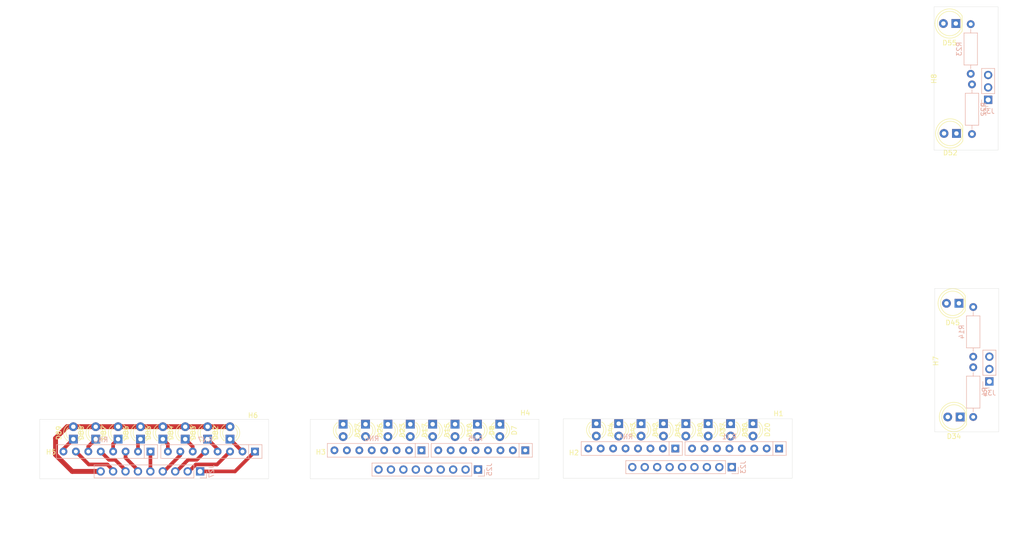
<source format=kicad_pcb>
(kicad_pcb
	(version 20240108)
	(generator "pcbnew")
	(generator_version "8.0")
	(general
		(thickness 1.6)
		(legacy_teardrops no)
	)
	(paper "A4")
	(layers
		(0 "F.Cu" signal)
		(1 "In1.Cu" signal)
		(2 "In2.Cu" signal)
		(31 "B.Cu" signal)
		(32 "B.Adhes" user "B.Adhesive")
		(33 "F.Adhes" user "F.Adhesive")
		(34 "B.Paste" user)
		(35 "F.Paste" user)
		(36 "B.SilkS" user "B.Silkscreen")
		(37 "F.SilkS" user "F.Silkscreen")
		(38 "B.Mask" user)
		(39 "F.Mask" user)
		(40 "Dwgs.User" user "User.Drawings")
		(41 "Cmts.User" user "User.Comments")
		(42 "Eco1.User" user "User.Eco1")
		(43 "Eco2.User" user "User.Eco2")
		(44 "Edge.Cuts" user)
		(45 "Margin" user)
		(46 "B.CrtYd" user "B.Courtyard")
		(47 "F.CrtYd" user "F.Courtyard")
		(48 "B.Fab" user)
		(49 "F.Fab" user)
		(50 "User.1" user)
		(51 "User.2" user)
		(52 "User.3" user)
		(53 "User.4" user)
		(54 "User.5" user)
		(55 "User.6" user)
		(56 "User.7" user)
		(57 "User.8" user)
		(58 "User.9" user)
	)
	(setup
		(stackup
			(layer "F.SilkS"
				(type "Top Silk Screen")
			)
			(layer "F.Paste"
				(type "Top Solder Paste")
			)
			(layer "F.Mask"
				(type "Top Solder Mask")
				(thickness 0.01)
			)
			(layer "F.Cu"
				(type "copper")
				(thickness 0.035)
			)
			(layer "dielectric 1"
				(type "prepreg")
				(thickness 0.1)
				(material "FR4")
				(epsilon_r 4.5)
				(loss_tangent 0.02)
			)
			(layer "In1.Cu"
				(type "copper")
				(thickness 0.035)
			)
			(layer "dielectric 2"
				(type "core")
				(thickness 1.24)
				(material "FR4")
				(epsilon_r 4.5)
				(loss_tangent 0.02)
			)
			(layer "In2.Cu"
				(type "copper")
				(thickness 0.035)
			)
			(layer "dielectric 3"
				(type "prepreg")
				(thickness 0.1)
				(material "FR4")
				(epsilon_r 4.5)
				(loss_tangent 0.02)
			)
			(layer "B.Cu"
				(type "copper")
				(thickness 0.035)
			)
			(layer "B.Mask"
				(type "Bottom Solder Mask")
				(thickness 0.01)
			)
			(layer "B.Paste"
				(type "Bottom Solder Paste")
			)
			(layer "B.SilkS"
				(type "Bottom Silk Screen")
				(color "Red")
			)
			(copper_finish "None")
			(dielectric_constraints no)
		)
		(pad_to_mask_clearance 0)
		(allow_soldermask_bridges_in_footprints no)
		(pcbplotparams
			(layerselection 0x00010fc_ffffffff)
			(plot_on_all_layers_selection 0x0000000_00000000)
			(disableapertmacros no)
			(usegerberextensions no)
			(usegerberattributes yes)
			(usegerberadvancedattributes yes)
			(creategerberjobfile yes)
			(dashed_line_dash_ratio 12.000000)
			(dashed_line_gap_ratio 3.000000)
			(svgprecision 4)
			(plotframeref no)
			(viasonmask no)
			(mode 1)
			(useauxorigin no)
			(hpglpennumber 1)
			(hpglpenspeed 20)
			(hpglpendiameter 15.000000)
			(pdf_front_fp_property_popups yes)
			(pdf_back_fp_property_popups yes)
			(dxfpolygonmode yes)
			(dxfimperialunits yes)
			(dxfusepcbnewfont yes)
			(psnegative no)
			(psa4output no)
			(plotreference yes)
			(plotvalue yes)
			(plotfptext yes)
			(plotinvisibletext no)
			(sketchpadsonfab no)
			(subtractmaskfromsilk no)
			(outputformat 1)
			(mirror no)
			(drillshape 1)
			(scaleselection 1)
			(outputdirectory "")
		)
	)
	(net 0 "")
	(net 1 "Net-(D34-A)")
	(net 2 "Net-(D45-K)")
	(net 3 "Net-(D10-K)")
	(net 4 "Net-(D7-A)")
	(net 5 "Net-(D8-A)")
	(net 6 "Net-(D10-A)")
	(net 7 "Net-(D15-A)")
	(net 8 "Net-(D17-A)")
	(net 9 "Net-(D23-A)")
	(net 10 "Net-(D26-A)")
	(net 11 "Net-(D27-A)")
	(net 12 "Net-(D82-K)")
	(net 13 "Net-(D82-A)")
	(net 14 "Net-(D83-K)")
	(net 15 "Net-(D84-K)")
	(net 16 "Net-(D85-K)")
	(net 17 "Net-(D86-K)")
	(net 18 "Net-(D87-K)")
	(net 19 "Net-(D88-K)")
	(net 20 "Net-(D89-K)")
	(net 21 "Net-(J25-Pin_8)")
	(net 22 "Net-(J25-Pin_5)")
	(net 23 "Net-(J25-Pin_7)")
	(net 24 "Net-(J25-Pin_2)")
	(net 25 "Net-(J25-Pin_6)")
	(net 26 "Net-(J25-Pin_1)")
	(net 27 "Net-(J25-Pin_4)")
	(net 28 "Net-(J25-Pin_3)")
	(net 29 "Net-(J27-Pin_4)")
	(net 30 "Net-(J27-Pin_8)")
	(net 31 "Net-(J27-Pin_1)")
	(net 32 "Net-(J27-Pin_5)")
	(net 33 "Net-(J27-Pin_6)")
	(net 34 "Net-(J27-Pin_7)")
	(net 35 "Net-(J27-Pin_3)")
	(net 36 "Net-(J27-Pin_2)")
	(net 37 "Net-(D20-A)")
	(net 38 "Net-(D20-K)")
	(net 39 "Net-(D30-K)")
	(net 40 "Net-(D37-K)")
	(net 41 "Net-(D40-K)")
	(net 42 "Net-(D41-K)")
	(net 43 "Net-(D42-K)")
	(net 44 "Net-(D43-K)")
	(net 45 "Net-(D44-K)")
	(net 46 "Net-(J23-Pin_1)")
	(net 47 "Net-(J23-Pin_5)")
	(net 48 "Net-(J23-Pin_3)")
	(net 49 "Net-(J23-Pin_2)")
	(net 50 "Net-(J23-Pin_8)")
	(net 51 "Net-(J23-Pin_7)")
	(net 52 "Net-(J23-Pin_4)")
	(net 53 "Net-(J23-Pin_6)")
	(net 54 "Net-(D34-K)")
	(net 55 "Net-(D52-K)")
	(net 56 "Net-(D52-A)")
	(net 57 "Net-(D55-K)")
	(net 58 "Net-(J30-Pin_3)")
	(net 59 "Net-(J30-Pin_2)")
	(net 60 "Net-(J31-Pin_3)")
	(net 61 "Net-(J31-Pin_2)")
	(footprint "LED_THT:LED_D3.0mm_IRGrey" (layer "F.Cu") (at 69.17505 121.9083 90))
	(footprint "LED_THT:LED_D3.0mm_IRGrey" (layer "F.Cu") (at 106.00505 118.8553 -90))
	(footprint "LED_THT:LED_D3.0mm_IRGrey" (layer "F.Cu") (at 60.03105 121.9083 90))
	(footprint "LED_THT:LED_D3.0mm_IRGrey" (layer "F.Cu") (at 138.00905 118.8553 -90))
	(footprint "LED_THT:LED_D3.0mm_IRGrey" (layer "F.Cu") (at 133.43705 118.8553 -90))
	(footprint "LED_THT:LED_D3.0mm_IRGrey" (layer "F.Cu") (at 73.74705 121.9083 90))
	(footprint "MountingHole:MountingHole_2mm" (layer "F.Cu") (at 153.152 127.889))
	(footprint "LED_THT:LED_D3.0mm_IRGrey" (layer "F.Cu") (at 171.44 118.745 -90))
	(footprint "LED_THT:LED_D3.0mm_IRGrey" (layer "F.Cu") (at 50.88705 121.9083 90))
	(footprint "LED_THT:LED_D5.0mm_IRGrey" (layer "F.Cu") (at 231.173 36.9215 180))
	(footprint "MountingHole:MountingHole_2mm" (layer "F.Cu") (at 230.279 105.946 90))
	(footprint "LED_THT:LED_D3.0mm_IRGrey" (layer "F.Cu") (at 128.86505 118.8553 -90))
	(footprint "LED_THT:LED_D5.0mm_IRGrey" (layer "F.Cu") (at 231.3 59.4005 180))
	(footprint "LED_THT:LED_D3.0mm_IRGrey" (layer "F.Cu") (at 55.45905 121.9083 90))
	(footprint "LED_THT:LED_D3.0mm_IRGrey" (layer "F.Cu") (at 162.296 118.74 -90))
	(footprint "LED_THT:LED_D3.0mm_IRGrey" (layer "F.Cu") (at 166.868 118.74 -90))
	(footprint "MountingHole:MountingHole_2mm" (layer "F.Cu") (at 101.43305 127.7503))
	(footprint "LED_THT:LED_D3.0mm_IRGrey" (layer "F.Cu") (at 157.724 118.74 -90))
	(footprint "MountingHole:MountingHole_2mm" (layer "F.Cu") (at 194.935 119.888))
	(footprint "LED_THT:LED_D3.0mm_IRGrey" (layer "F.Cu") (at 64.60305 121.9083 90))
	(footprint "LED_THT:LED_D3.0mm_IRGrey" (layer "F.Cu") (at 78.31905 121.9083 90))
	(footprint "MountingHole:MountingHole_2mm" (layer "F.Cu") (at 46.31505 127.7453))
	(footprint "LED_THT:LED_D3.0mm_IRGrey" (layer "F.Cu") (at 176.012 118.745 -90))
	(footprint "MountingHole:MountingHole_2mm" (layer "F.Cu") (at 87.59005 120.2523))
	(footprint "LED_THT:LED_D3.0mm_IRGrey" (layer "F.Cu") (at 119.72105 118.8553 -90))
	(footprint "LED_THT:LED_D3.0mm_IRGrey" (layer "F.Cu") (at 124.29305 118.8553 -90))
	(footprint "MountingHole:MountingHole_2mm" (layer "F.Cu") (at 229.898 48.2245 90))
	(footprint "MountingHole:MountingHole_2mm" (layer "F.Cu") (at 143.21605 119.7493))
	(footprint "LED_THT:LED_D5.0mm_IRGrey" (layer "F.Cu") (at 231.803 94.135 180))
	(footprint "LED_THT:LED_D3.0mm_IRGrey" (layer "F.Cu") (at 180.584 118.745 -90))
	(footprint "LED_THT:LED_D3.0mm_IRGrey" (layer "F.Cu") (at 115.14905 118.8553 -90))
	(footprint "LED_THT:LED_D3.0mm_IRGrey" (layer "F.Cu") (at 185.156 118.745 -90))
	(footprint "LED_THT:LED_D3.0mm_IRGrey" (layer "F.Cu") (at 110.57705 118.8553 -90))
	(footprint "LED_THT:LED_D3.0mm_IRGrey" (layer "F.Cu") (at 82.89105 121.9083 90))
	(footprint "LED_THT:LED_D3.0mm_IRGrey" (layer "F.Cu") (at 189.728 118.74 -90))
	(footprint "LED_THT:LED_D5.0mm_IRGrey" (layer "F.Cu") (at 232.062 117.376 180))
	(footprint "Connector_PinHeader_2.54mm:PinHeader_1x09_P2.54mm_Vertical" (layer "B.Cu") (at 133.55405 128.1313 90))
	(footprint "Connector_PinHeader_2.54mm:PinHeader_1x09_P2.54mm_Vertical" (layer "B.Cu") (at 76.78505 128.5073 90))
	(footprint "Resistor_THT:R_Array_SIP8" (layer "B.Cu") (at 87.98105 124.4433 180))
	(footprint "Resistor_THT:R_Axial_DIN0207_L6.3mm_D2.5mm_P10.16mm_Horizontal" (layer "B.Cu") (at 234.724 117.376 90))
	(footprint "Resistor_THT:R_Axial_DIN0207_L6.3mm_D2.5mm_P10.16mm_Horizontal" (layer "B.Cu") (at 234.216 37.0485 -90))
	(footprint "Connector_PinHeader_2.54mm:PinHeader_1x03_P2.54mm_Vertical"
		(layer "B.Cu")
		(uuid "5c23d7ba-ac26-46f9-bd5b-1b3ddeb61336")
		(at 237.772 52.5275)
		(descr "Through hole straight pin header, 1x03, 2.54mm pitch, single row")
		(tags "Through hole pin header THT 1x03 2.54mm single row")
		(property "Reference" "J31"
			(at 0 2.33 0)
			(layer "B.SilkS")
			(uuid "19794ed5-9120-4f3b-bee9-3d70177777b6")
			(effects
				(font
					(size 1 1)
					(thickness 0.15)
				)
				(justify mirror)
			)
		)
		(property "Value" "2x5mm-led board"
			(at 0 -7.41 0)
			(layer "B.Fab")
			(uuid "5846767e-0991-41f5-ae18-54527453c2c5")
			(effects
				(font
					(size 1 1)
					(thickness 0.15)
				)
				(justify mirror)
			)
		)
		(property "Footprint" "Connector_PinHeader_2.54mm:PinHeader_1x03_P2.54mm_Vertical"
			(at 0 0 180)
			(unlocked yes)
			(layer "B.Fab")
			(hide yes)
			(uuid "5606f70c-692e-49fc-85ae-29e76f7fbfb6")
			(effects
				(font
					(size 1.27 1.27)
					(thickness 0.15)
				)
				(justify mirror)
			)
		)
		(property "Datasheet" ""
			(at 0 0 180)
			(unlocked yes)
			(layer "B.Fab")
			(hide yes)
			(uuid "5b687c0d-5ad8-484e-b1bc-84afc2aa1530")
			(effects
				(font
					(size 1.27 1.27)
					(thickness 0.15)
				)
				(justify mirror)
			)
		)
		(property "Description" "Generic connector, single row, 01x03, script generated"
			(at 0 0 180)
			(unlocked yes)
			(layer "B.Fab")
			(hide yes)
			(uuid "f353b633-b6c1-4301-a651-f703b5c64a1a")
			(effects
				(font
					(size 1.27 1.27)
					(thickness 0.15)
				)
				(justify mirror)
			)
		)
		(property ki_fp_filters "Connector*:*_1x??_*")
		(path "/e1399958-d9c3-43df-a215-5532faee4f75/78a03545-9ce1-4f33-87f1-336c4ef7795b")
		(sheetname "2x-LED-common-anode_external_")
		(sheetfile "2x-LED-common-anode_external.kicad_sch")
		(attr through_hole)
		(fp_line
			(start -1.33 -6.41)
			(end -1.33 -1.27)
			(stroke
				(width 0.12)
				(type solid)
			)
			(layer "B.SilkS")
			(uuid "d55af2c8-3ecd-400b-809a-95034b034832")
		)
		(fp_line
			(start -1.33 1.33)
			(end -1.33 0)
			(stroke
				(width 0.12)
				(type solid)
			)
			(layer "B.SilkS")
			(uuid "0ba63fd6-e76f-4744-af37-4762d7b98ba4")
		)
		
... [68842 chars truncated]
</source>
